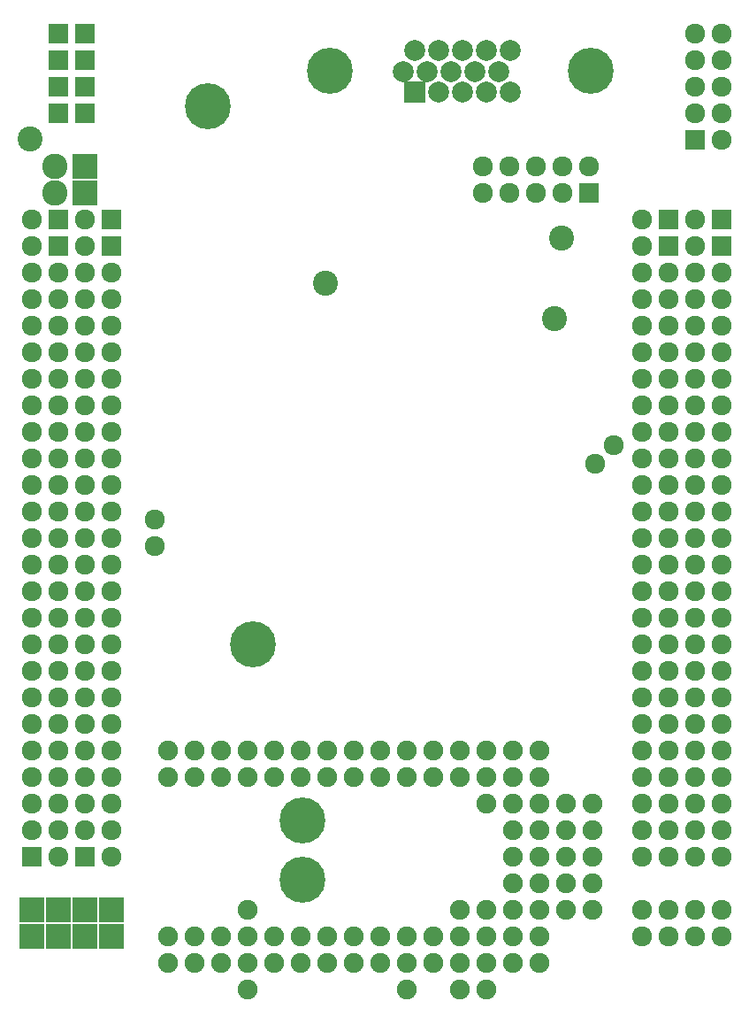
<source format=gbr>
G04 #@! TF.GenerationSoftware,KiCad,Pcbnew,5.0.0-rc2-dev-unknown-0f0d9af~63~ubuntu16.04.1*
G04 #@! TF.CreationDate,2018-03-29T12:16:37-07:00*
G04 #@! TF.ProjectId,mojoback_sram,6D6F6A6F6261636B5F7372616D2E6B69,rev?*
G04 #@! TF.SameCoordinates,Original*
G04 #@! TF.FileFunction,Soldermask,Bot*
G04 #@! TF.FilePolarity,Negative*
%FSLAX46Y46*%
G04 Gerber Fmt 4.6, Leading zero omitted, Abs format (unit mm)*
G04 Created by KiCad (PCBNEW 5.0.0-rc2-dev-unknown-0f0d9af~63~ubuntu16.04.1) date Thu Mar 29 12:16:37 2018*
%MOMM*%
%LPD*%
G01*
G04 APERTURE LIST*
%ADD10C,2.400000*%
%ADD11C,4.400000*%
%ADD12R,1.924000X1.924000*%
%ADD13R,2.432000X2.432000*%
%ADD14C,1.924000*%
%ADD15C,2.432000*%
%ADD16C,1.900000*%
%ADD17C,2.000000*%
%ADD18R,2.000000X2.000000*%
G04 APERTURE END LIST*
D10*
X130175000Y-66135000D03*
X108275000Y-62735000D03*
X130875000Y-58435000D03*
D11*
X96975000Y-45835000D03*
X106075000Y-119835000D03*
X106075000Y-114135000D03*
D12*
X85223500Y-38900001D03*
X82683500Y-38900001D03*
X82683500Y-41440001D03*
X85223500Y-41440001D03*
X85223500Y-43980001D03*
X82683500Y-43980001D03*
X82683500Y-46520001D03*
X85223500Y-46520001D03*
D13*
X80143500Y-122720001D03*
X85223500Y-122720001D03*
X82683500Y-122720001D03*
X85223500Y-125260001D03*
X82683500Y-125260001D03*
X80143500Y-125260001D03*
X87763500Y-125260001D03*
X87763500Y-122720001D03*
D14*
X143643500Y-46520001D03*
X146183500Y-46520001D03*
X146183500Y-49060001D03*
X143643500Y-38900001D03*
X143643500Y-41440001D03*
X143643500Y-43980001D03*
D12*
X143643500Y-49060001D03*
D14*
X146183500Y-38900001D03*
X146183500Y-41440001D03*
X146183500Y-43980001D03*
X123323500Y-51600001D03*
X125863500Y-51600001D03*
X128403500Y-51600001D03*
X130943500Y-51600001D03*
X133483500Y-51600001D03*
X123323500Y-54140001D03*
X125863500Y-54140001D03*
X128403500Y-54140001D03*
X130943500Y-54140001D03*
D12*
X133483500Y-54140001D03*
D14*
X146183500Y-110020001D03*
X146183500Y-92240001D03*
X146183500Y-64300001D03*
X146183500Y-66840001D03*
X146183500Y-87160001D03*
X146183500Y-84620001D03*
X146183500Y-71920001D03*
X143643500Y-117640001D03*
X146183500Y-115100001D03*
D12*
X146183500Y-59220001D03*
D14*
X146183500Y-61760001D03*
X146183500Y-69380001D03*
D12*
X146183500Y-56680001D03*
D14*
X146183500Y-74460001D03*
X146183500Y-97320001D03*
X146183500Y-107480001D03*
X146183500Y-79540001D03*
X143643500Y-102400001D03*
X143643500Y-74460001D03*
X146183500Y-102400001D03*
X146183500Y-94780001D03*
X146183500Y-82080001D03*
X143643500Y-56680001D03*
X146183500Y-112560001D03*
X143643500Y-82080001D03*
X143643500Y-110020001D03*
X146183500Y-77000001D03*
X143643500Y-61760001D03*
X146183500Y-99860001D03*
X143643500Y-99860001D03*
X146183500Y-89700001D03*
X143643500Y-112560001D03*
X143643500Y-107480001D03*
X143643500Y-97320001D03*
X143643500Y-92240001D03*
X143643500Y-77000001D03*
X143643500Y-104940001D03*
X143643500Y-69380001D03*
X146183500Y-104940001D03*
X143643500Y-64300001D03*
X143643500Y-66840001D03*
X143643500Y-59220001D03*
X146183500Y-117640001D03*
X143643500Y-79540001D03*
X143643500Y-84620001D03*
X143643500Y-94780001D03*
X143643500Y-71920001D03*
X143643500Y-87160001D03*
X143643500Y-115100001D03*
X143643500Y-89700001D03*
X82683500Y-112560001D03*
X80143500Y-56680001D03*
X80143500Y-69380001D03*
X80143500Y-66840001D03*
X80143500Y-71920001D03*
X80143500Y-115100001D03*
X82683500Y-115100001D03*
X82683500Y-64300001D03*
X80143500Y-99860001D03*
X80143500Y-102400001D03*
X80143500Y-104940001D03*
X80143500Y-92240001D03*
X80143500Y-87160001D03*
X80143500Y-89700001D03*
X82683500Y-104940001D03*
X80143500Y-74460001D03*
X80143500Y-77000001D03*
X80143500Y-79540001D03*
D12*
X80143500Y-117640001D03*
D14*
X80143500Y-64300001D03*
X82683500Y-117640001D03*
D12*
X82683500Y-56680001D03*
D14*
X82683500Y-74460001D03*
X82683500Y-110020001D03*
X82683500Y-107480001D03*
X80143500Y-59220001D03*
X80143500Y-61760001D03*
X82683500Y-99860001D03*
X82683500Y-89700001D03*
X80143500Y-82080001D03*
X80143500Y-84620001D03*
X80143500Y-94780001D03*
X80143500Y-97320001D03*
X80143500Y-107480001D03*
X82683500Y-87160001D03*
X82683500Y-71920001D03*
X82683500Y-84620001D03*
X80143500Y-110020001D03*
X80143500Y-112560001D03*
X82683500Y-66840001D03*
X82683500Y-82080001D03*
X82683500Y-94780001D03*
X82683500Y-102400001D03*
X82683500Y-77000001D03*
D12*
X82683500Y-59220001D03*
D14*
X82683500Y-61760001D03*
X82683500Y-69380001D03*
X82683500Y-97320001D03*
X82683500Y-92240001D03*
X82683500Y-79540001D03*
D12*
X141103500Y-56680001D03*
X141103500Y-59220001D03*
D14*
X141103500Y-61760001D03*
X141103500Y-64300001D03*
X141103500Y-66840001D03*
X141103500Y-69380001D03*
X141103500Y-71920001D03*
X141103500Y-74460001D03*
X141103500Y-77000001D03*
X141103500Y-79540001D03*
X141103500Y-82080001D03*
X141103500Y-84620001D03*
X141103500Y-87160001D03*
X141103500Y-89700001D03*
X141103500Y-92240001D03*
X141103500Y-94780001D03*
X141103500Y-97320001D03*
X141103500Y-99860001D03*
X141103500Y-102400001D03*
X141103500Y-104940001D03*
X141103500Y-107480001D03*
X141103500Y-110020001D03*
X141103500Y-112560001D03*
X141103500Y-115100001D03*
X141103500Y-117640001D03*
X138563500Y-117640001D03*
X138563500Y-115100001D03*
X138563500Y-112560001D03*
X138563500Y-110020001D03*
X138563500Y-107480001D03*
X138563500Y-104940001D03*
X138563500Y-102400001D03*
X138563500Y-99860001D03*
X138563500Y-97320001D03*
X138563500Y-94780001D03*
X138563500Y-92240001D03*
X138563500Y-89700001D03*
X138563500Y-87160001D03*
X138563500Y-84620001D03*
X138563500Y-82080001D03*
X138563500Y-79540001D03*
X138563500Y-77000001D03*
X138563500Y-74460001D03*
X138563500Y-71920001D03*
X138563500Y-69380001D03*
X138563500Y-66840001D03*
X138563500Y-64300001D03*
X138563500Y-61760001D03*
X138563500Y-59220001D03*
X138563500Y-56680001D03*
D12*
X87763500Y-56680001D03*
X87763500Y-59220001D03*
D14*
X87763500Y-61760001D03*
X87763500Y-64300001D03*
X87763500Y-66840001D03*
X87763500Y-69380001D03*
X87763500Y-71920001D03*
X87763500Y-74460001D03*
X87763500Y-77000001D03*
X87763500Y-79540001D03*
X87763500Y-82080001D03*
X87763500Y-84620001D03*
X87763500Y-87160001D03*
X87763500Y-89700001D03*
X87763500Y-92240001D03*
X87763500Y-94780001D03*
X87763500Y-97320001D03*
X87763500Y-99860001D03*
X87763500Y-102400001D03*
X87763500Y-104940001D03*
X87763500Y-107480001D03*
X87763500Y-110020001D03*
X87763500Y-112560001D03*
X87763500Y-115100001D03*
X87763500Y-117640001D03*
D12*
X85223500Y-117640001D03*
D14*
X85223500Y-115100001D03*
X85223500Y-112560001D03*
X85223500Y-110020001D03*
X85223500Y-107480001D03*
X85223500Y-104940001D03*
X85223500Y-102400001D03*
X85223500Y-99860001D03*
X85223500Y-97320001D03*
X85223500Y-94780001D03*
X85223500Y-92240001D03*
X85223500Y-89700001D03*
X85223500Y-87160001D03*
X85223500Y-84620001D03*
X85223500Y-82080001D03*
X85223500Y-79540001D03*
X85223500Y-77000001D03*
X85223500Y-74460001D03*
X85223500Y-71920001D03*
X85223500Y-69380001D03*
X85223500Y-66840001D03*
X85223500Y-64300001D03*
X85223500Y-61760001D03*
X85223500Y-59220001D03*
X85223500Y-56680001D03*
D15*
X82368943Y-51600001D03*
D13*
X85223500Y-54140001D03*
D15*
X82368943Y-54140001D03*
D13*
X85223500Y-51600001D03*
D14*
X138563500Y-122720001D03*
X138563500Y-125260001D03*
X141103500Y-122720001D03*
X141103500Y-125260001D03*
X143643500Y-122720001D03*
X143643500Y-125260001D03*
X146183500Y-122720001D03*
X146183500Y-125260001D03*
X134090949Y-80045051D03*
X135887000Y-78249000D03*
D16*
X100835000Y-130319000D03*
X116075000Y-130319000D03*
X121155000Y-130319000D03*
X123695000Y-130319000D03*
X131315000Y-120159000D03*
X131315000Y-112539000D03*
X133855000Y-115079000D03*
X133855000Y-120159000D03*
X131315000Y-122699000D03*
X131315000Y-117619000D03*
X131315000Y-115079000D03*
X133855000Y-117619000D03*
X133855000Y-112539000D03*
X133855000Y-122699000D03*
X123695000Y-127779000D03*
X121155000Y-127779000D03*
X116075000Y-127779000D03*
X100835000Y-127779000D03*
X118615000Y-127779000D03*
X128775000Y-127779000D03*
X98295000Y-127779000D03*
X110995000Y-127779000D03*
X105915000Y-127779000D03*
X93215000Y-127779000D03*
X126235000Y-127779000D03*
X95755000Y-127779000D03*
X108455000Y-127779000D03*
X103375000Y-127779000D03*
X113535000Y-127779000D03*
X116075000Y-107459000D03*
X100835000Y-107459000D03*
X118615000Y-107459000D03*
X128775000Y-107459000D03*
X98295000Y-107459000D03*
X110995000Y-107459000D03*
X105915000Y-107459000D03*
X93215000Y-107459000D03*
X126235000Y-107459000D03*
X95755000Y-107459000D03*
X108455000Y-107459000D03*
X103375000Y-107459000D03*
X113535000Y-107459000D03*
X121155000Y-107459000D03*
X123695000Y-107459000D03*
X128775000Y-125239000D03*
X128775000Y-122699000D03*
X128775000Y-120159000D03*
X128775000Y-117619000D03*
X128775000Y-115079000D03*
X128775000Y-112539000D03*
X128775000Y-109999000D03*
X126235000Y-122699000D03*
X126235000Y-112539000D03*
X126235000Y-117619000D03*
X126235000Y-125239000D03*
X126235000Y-115079000D03*
X126235000Y-109999000D03*
X126235000Y-120159000D03*
X123695000Y-125239000D03*
X123695000Y-122699000D03*
X123695000Y-112539000D03*
X123695000Y-109999000D03*
X121155000Y-122699000D03*
X121155000Y-125239000D03*
X121155000Y-109999000D03*
X118615000Y-109999000D03*
X116075000Y-109999000D03*
X113535000Y-109999000D03*
X110995000Y-109999000D03*
X108455000Y-109999000D03*
X105915000Y-109999000D03*
X103375000Y-109999000D03*
X100835000Y-109999000D03*
X98295000Y-109999000D03*
X95755000Y-109999000D03*
X93215000Y-109999000D03*
X118615000Y-125239000D03*
X103375000Y-125239000D03*
X100835000Y-125239000D03*
X98295000Y-125239000D03*
X108455000Y-125239000D03*
X113535000Y-125239000D03*
X105915000Y-125239000D03*
X95755000Y-125239000D03*
X116075000Y-125239000D03*
X110995000Y-125239000D03*
X100835000Y-122699000D03*
X93215000Y-125239000D03*
D11*
X108648000Y-42417000D03*
X133648000Y-42417000D03*
D17*
X125993000Y-40507000D03*
X123703000Y-40507000D03*
X121413000Y-40507000D03*
X119123000Y-40507000D03*
X116833000Y-40507000D03*
X124848000Y-42487000D03*
X122558000Y-42487000D03*
X120268000Y-42487000D03*
X117978000Y-42487000D03*
X115688000Y-42487000D03*
X125993000Y-44467000D03*
X123703000Y-44467000D03*
X121413000Y-44467000D03*
X119123000Y-44467000D03*
D18*
X116833000Y-44467000D03*
D14*
X91945000Y-85361000D03*
X91945000Y-87901000D03*
D11*
X101275000Y-97265000D03*
D10*
X80010000Y-48895000D03*
M02*

</source>
